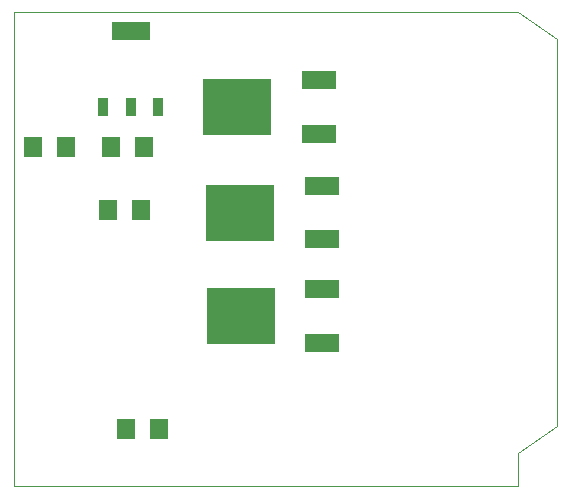
<source format=gtp>
G75*
%MOIN*%
%OFA0B0*%
%FSLAX25Y25*%
%IPPOS*%
%LPD*%
%AMOC8*
5,1,8,0,0,1.08239X$1,22.5*
%
%ADD10C,0.00000*%
%ADD11R,0.11811X0.06299*%
%ADD12R,0.22500X0.19000*%
%ADD13R,0.03500X0.06400*%
%ADD14R,0.12500X0.06400*%
%ADD15R,0.06299X0.07098*%
%ADD16R,0.06299X0.07087*%
D10*
X0005867Y0006387D02*
X0005867Y0164387D01*
X0173867Y0164387D01*
X0186867Y0155387D01*
X0186867Y0026387D01*
X0173867Y0017387D01*
X0173867Y0006387D01*
X0005867Y0006387D01*
D11*
X0108741Y0054049D03*
X0108741Y0072001D03*
X0108662Y0088623D03*
X0108662Y0106576D03*
X0107662Y0123868D03*
X0107662Y0141820D03*
D12*
X0080504Y0132844D03*
X0081504Y0097600D03*
X0081583Y0063025D03*
D13*
X0053967Y0132787D03*
X0044867Y0132787D03*
X0035767Y0132787D03*
D14*
X0044867Y0157987D03*
D15*
X0049465Y0119387D03*
X0038268Y0119387D03*
X0023465Y0119387D03*
X0012268Y0119387D03*
D16*
X0037355Y0098387D03*
X0048378Y0098387D03*
X0043355Y0025387D03*
X0054378Y0025387D03*
M02*

</source>
